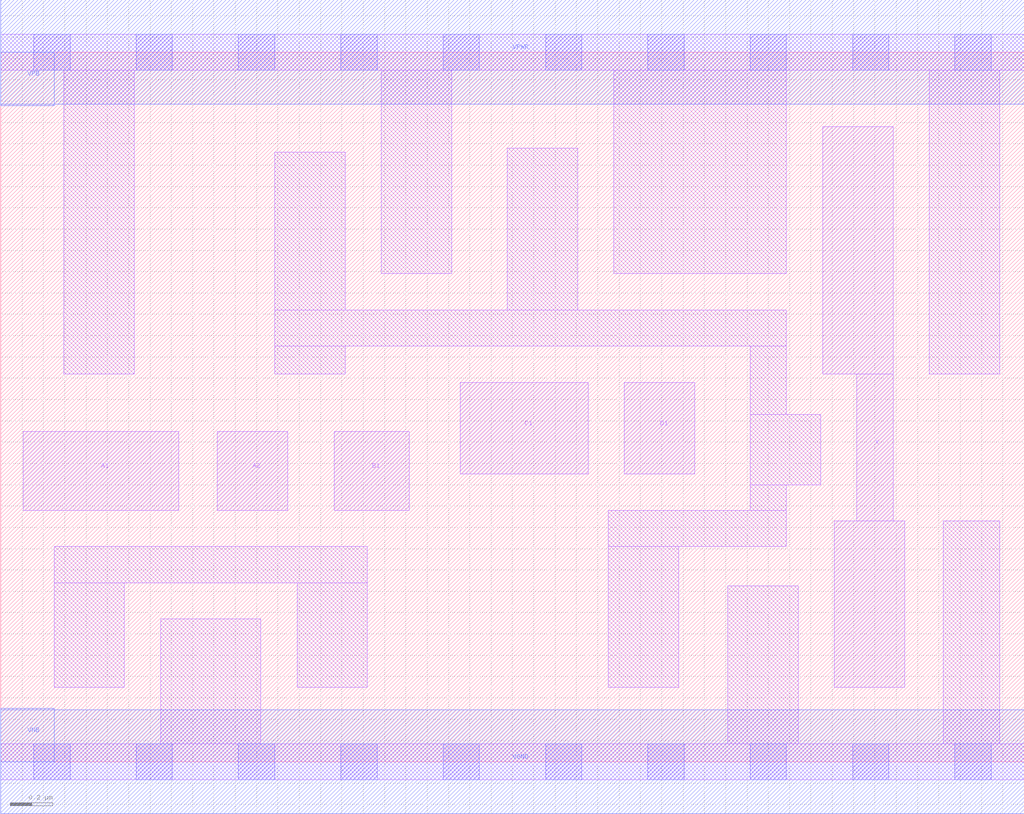
<source format=lef>
# Copyright 2020 The SkyWater PDK Authors
#
# Licensed under the Apache License, Version 2.0 (the "License");
# you may not use this file except in compliance with the License.
# You may obtain a copy of the License at
#
#     https://www.apache.org/licenses/LICENSE-2.0
#
# Unless required by applicable law or agreed to in writing, software
# distributed under the License is distributed on an "AS IS" BASIS,
# WITHOUT WARRANTIES OR CONDITIONS OF ANY KIND, either express or implied.
# See the License for the specific language governing permissions and
# limitations under the License.
#
# SPDX-License-Identifier: Apache-2.0

VERSION 5.5 ;
NAMESCASESENSITIVE ON ;
BUSBITCHARS "[]" ;
DIVIDERCHAR "/" ;
MACRO sky130_fd_sc_hs__o2111a_2
  CLASS CORE ;
  SOURCE USER ;
  ORIGIN  0.000000  0.000000 ;
  SIZE  4.800000 BY  3.330000 ;
  SYMMETRY X Y ;
  SITE unit ;
  PIN A1
    ANTENNAGATEAREA  0.261000 ;
    DIRECTION INPUT ;
    USE SIGNAL ;
    PORT
      LAYER li1 ;
        RECT 0.105000 1.180000 0.835000 1.550000 ;
    END
  END A1
  PIN A2
    ANTENNAGATEAREA  0.261000 ;
    DIRECTION INPUT ;
    USE SIGNAL ;
    PORT
      LAYER li1 ;
        RECT 1.015000 1.180000 1.345000 1.550000 ;
    END
  END A2
  PIN B1
    ANTENNAGATEAREA  0.261000 ;
    DIRECTION INPUT ;
    USE SIGNAL ;
    PORT
      LAYER li1 ;
        RECT 1.565000 1.180000 1.915000 1.550000 ;
    END
  END B1
  PIN C1
    ANTENNAGATEAREA  0.261000 ;
    DIRECTION INPUT ;
    USE SIGNAL ;
    PORT
      LAYER li1 ;
        RECT 2.155000 1.350000 2.755000 1.780000 ;
    END
  END C1
  PIN D1
    ANTENNAGATEAREA  0.261000 ;
    DIRECTION INPUT ;
    USE SIGNAL ;
    PORT
      LAYER li1 ;
        RECT 2.925000 1.350000 3.255000 1.780000 ;
    END
  END D1
  PIN X
    ANTENNADIFFAREA  0.543200 ;
    DIRECTION OUTPUT ;
    USE SIGNAL ;
    PORT
      LAYER li1 ;
        RECT 3.855000 1.820000 4.185000 2.980000 ;
        RECT 3.910000 0.350000 4.240000 1.130000 ;
        RECT 4.015000 1.130000 4.185000 1.820000 ;
    END
  END X
  PIN VGND
    DIRECTION INOUT ;
    USE GROUND ;
    PORT
      LAYER met1 ;
        RECT 0.000000 -0.245000 4.800000 0.245000 ;
    END
  END VGND
  PIN VNB
    DIRECTION INOUT ;
    USE GROUND ;
    PORT
      LAYER met1 ;
        RECT 0.000000 0.000000 0.250000 0.250000 ;
    END
  END VNB
  PIN VPB
    DIRECTION INOUT ;
    USE POWER ;
    PORT
      LAYER met1 ;
        RECT 0.000000 3.080000 0.250000 3.330000 ;
    END
  END VPB
  PIN VPWR
    DIRECTION INOUT ;
    USE POWER ;
    PORT
      LAYER met1 ;
        RECT 0.000000 3.085000 4.800000 3.575000 ;
    END
  END VPWR
  OBS
    LAYER li1 ;
      RECT 0.000000 -0.085000 4.800000 0.085000 ;
      RECT 0.000000  3.245000 4.800000 3.415000 ;
      RECT 0.250000  0.350000 0.580000 0.840000 ;
      RECT 0.250000  0.840000 1.720000 1.010000 ;
      RECT 0.295000  1.820000 0.625000 3.245000 ;
      RECT 0.750000  0.085000 1.220000 0.670000 ;
      RECT 1.285000  1.820000 1.615000 1.950000 ;
      RECT 1.285000  1.950000 3.685000 2.120000 ;
      RECT 1.285000  2.120000 1.615000 2.860000 ;
      RECT 1.390000  0.350000 1.720000 0.840000 ;
      RECT 1.785000  2.290000 2.115000 3.245000 ;
      RECT 2.375000  2.120000 2.705000 2.880000 ;
      RECT 2.850000  0.350000 3.180000 1.010000 ;
      RECT 2.850000  1.010000 3.685000 1.180000 ;
      RECT 2.875000  2.290000 3.685000 3.245000 ;
      RECT 3.410000  0.085000 3.740000 0.825000 ;
      RECT 3.515000  1.180000 3.685000 1.300000 ;
      RECT 3.515000  1.300000 3.845000 1.630000 ;
      RECT 3.515000  1.630000 3.685000 1.950000 ;
      RECT 4.355000  1.820000 4.685000 3.245000 ;
      RECT 4.420000  0.085000 4.685000 1.130000 ;
    LAYER mcon ;
      RECT 0.155000 -0.085000 0.325000 0.085000 ;
      RECT 0.155000  3.245000 0.325000 3.415000 ;
      RECT 0.635000 -0.085000 0.805000 0.085000 ;
      RECT 0.635000  3.245000 0.805000 3.415000 ;
      RECT 1.115000 -0.085000 1.285000 0.085000 ;
      RECT 1.115000  3.245000 1.285000 3.415000 ;
      RECT 1.595000 -0.085000 1.765000 0.085000 ;
      RECT 1.595000  3.245000 1.765000 3.415000 ;
      RECT 2.075000 -0.085000 2.245000 0.085000 ;
      RECT 2.075000  3.245000 2.245000 3.415000 ;
      RECT 2.555000 -0.085000 2.725000 0.085000 ;
      RECT 2.555000  3.245000 2.725000 3.415000 ;
      RECT 3.035000 -0.085000 3.205000 0.085000 ;
      RECT 3.035000  3.245000 3.205000 3.415000 ;
      RECT 3.515000 -0.085000 3.685000 0.085000 ;
      RECT 3.515000  3.245000 3.685000 3.415000 ;
      RECT 3.995000 -0.085000 4.165000 0.085000 ;
      RECT 3.995000  3.245000 4.165000 3.415000 ;
      RECT 4.475000 -0.085000 4.645000 0.085000 ;
      RECT 4.475000  3.245000 4.645000 3.415000 ;
  END
END sky130_fd_sc_hs__o2111a_2
END LIBRARY

</source>
